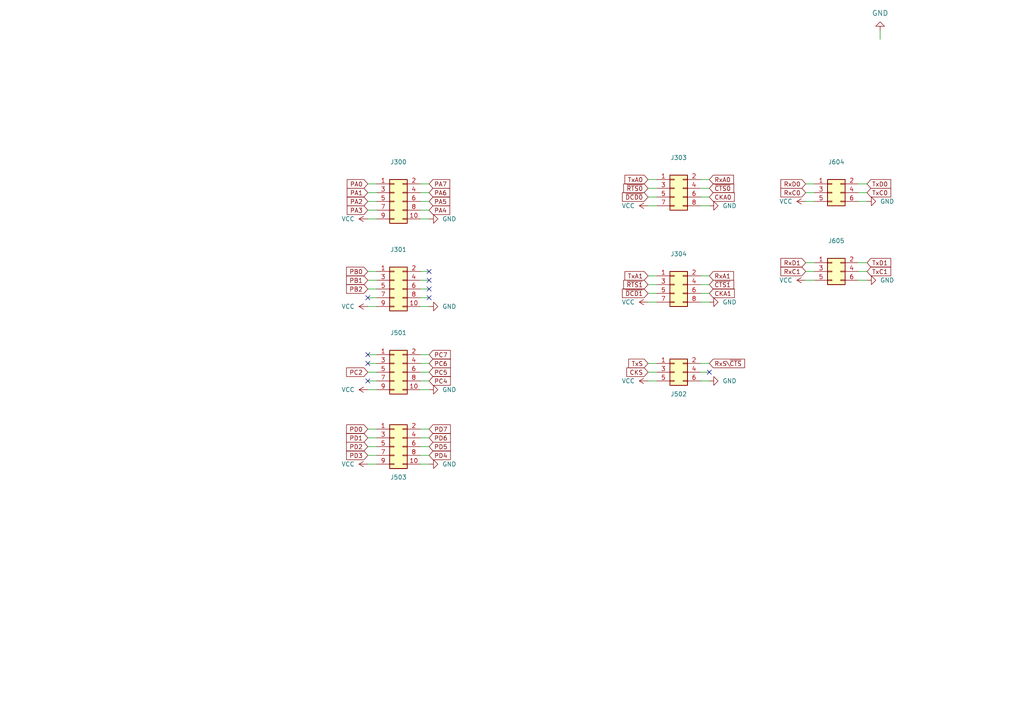
<source format=kicad_sch>
(kicad_sch (version 20211123) (generator eeschema)
  (paper "A4")
  (title_block (title "JupiterAceZ180") (date "2019-09-14") (rev "Alpha") (company "Ontobus") (comment 1 "John Bradley") (comment 2 "https://creativecommons.org/licenses/by-nc-sa/4.0/") (comment 3 "Attribution-NonCommercial-ShareAlike 4.0 International License.") (comment 4 "This work is licensed under a Creative Commons "))
  (lib_symbols
    (symbol "Connector_Generic:Conn_02x03_Odd_Even" (pin_names (offset 1.016) hide)
      (property "Reference" "J" (at 1.27 5.08 0))
      (property "Value" "Conn_02x03_Odd_Even" (at 1.27 -5.08 0))
      (symbol "Conn_02x03_Odd_Even_1_1"
        (rectangle (start -1.27 -2.413) (end 0 -2.667) (stroke (width 0.1524)))
        (rectangle (start -1.27 0.127) (end 0 -0.127) (stroke (width 0.1524)))
        (rectangle (start -1.27 2.667) (end 0 2.413) (stroke (width 0.1524)))
        (rectangle (start -1.27 3.81) (end 3.81 -3.81) (stroke (width 0.254)) (fill (type background)))
        (rectangle (start 3.81 -2.413) (end 2.54 -2.667) (stroke (width 0.1524)))
        (rectangle (start 3.81 0.127) (end 2.54 -0.127) (stroke (width 0.1524)))
        (rectangle (start 3.81 2.667) (end 2.54 2.413) (stroke (width 0.1524)))
        (pin passive line (at -5.08 2.54 0) (length 3.81) (name "Pin_1") (number "1"))
        (pin passive line (at 7.62 2.54 180) (length 3.81) (name "Pin_2") (number "2"))
        (pin passive line (at -5.08 0 0) (length 3.81) (name "Pin_3") (number "3"))
        (pin passive line (at 7.62 0 180) (length 3.81) (name "Pin_4") (number "4"))
        (pin passive line (at -5.08 -2.54 0) (length 3.81) (name "Pin_5") (number "5"))
        (pin passive line (at 7.62 -2.54 180) (length 3.81) (name "Pin_6") (number "6"))
      )
    )
    (symbol "Connector_Generic:Conn_02x04_Odd_Even" (pin_names (offset 1.016) hide)
      (property "Reference" "J" (at 1.27 5.08 0))
      (property "Value" "Conn_02x04_Odd_Even" (at 1.27 -7.62 0))
      (symbol "Conn_02x04_Odd_Even_1_1"
        (rectangle (start -1.27 -4.953) (end 0 -5.207) (stroke (width 0.1524)))
        (rectangle (start -1.27 -2.413) (end 0 -2.667) (stroke (width 0.1524)))
        (rectangle (start -1.27 0.127) (end 0 -0.127) (stroke (width 0.1524)))
        (rectangle (start -1.27 2.667) (end 0 2.413) (stroke (width 0.1524)))
        (rectangle (start -1.27 3.81) (end 3.81 -6.35) (stroke (width 0.254)) (fill (type background)))
        (rectangle (start 3.81 -4.953) (end 2.54 -5.207) (stroke (width 0.1524)))
        (rectangle (start 3.81 -2.413) (end 2.54 -2.667) (stroke (width 0.1524)))
        (rectangle (start 3.81 0.127) (end 2.54 -0.127) (stroke (width 0.1524)))
        (rectangle (start 3.81 2.667) (end 2.54 2.413) (stroke (width 0.1524)))
        (pin passive line (at -5.08 2.54 0) (length 3.81) (name "Pin_1") (number "1"))
        (pin passive line (at 7.62 2.54 180) (length 3.81) (name "Pin_2") (number "2"))
        (pin passive line (at -5.08 0 0) (length 3.81) (name "Pin_3") (number "3"))
        (pin passive line (at 7.62 0 180) (length 3.81) (name "Pin_4") (number "4"))
        (pin passive line (at -5.08 -2.54 0) (length 3.81) (name "Pin_5") (number "5"))
        (pin passive line (at 7.62 -2.54 180) (length 3.81) (name "Pin_6") (number "6"))
        (pin passive line (at -5.08 -5.08 0) (length 3.81) (name "Pin_7") (number "7"))
        (pin passive line (at 7.62 -5.08 180) (length 3.81) (name "Pin_8") (number "8"))
      )
    )
    (symbol "Connector_Generic:Conn_02x05_Odd_Even" (pin_names (offset 1.016) hide)
      (property "Reference" "J" (at 1.27 7.62 0))
      (property "Value" "Conn_02x05_Odd_Even" (at 1.27 -7.62 0))
      (symbol "Conn_02x05_Odd_Even_1_1"
        (rectangle (start -1.27 -4.953) (end 0 -5.207) (stroke (width 0.1524)))
        (rectangle (start -1.27 -2.413) (end 0 -2.667) (stroke (width 0.1524)))
        (rectangle (start -1.27 0.127) (end 0 -0.127) (stroke (width 0.1524)))
        (rectangle (start -1.27 2.667) (end 0 2.413) (stroke (width 0.1524)))
        (rectangle (start -1.27 5.207) (end 0 4.953) (stroke (width 0.1524)))
        (rectangle (start -1.27 6.35) (end 3.81 -6.35) (stroke (width 0.254)) (fill (type background)))
        (rectangle (start 3.81 -4.953) (end 2.54 -5.207) (stroke (width 0.1524)))
        (rectangle (start 3.81 -2.413) (end 2.54 -2.667) (stroke (width 0.1524)))
        (rectangle (start 3.81 0.127) (end 2.54 -0.127) (stroke (width 0.1524)))
        (rectangle (start 3.81 2.667) (end 2.54 2.413) (stroke (width 0.1524)))
        (rectangle (start 3.81 5.207) (end 2.54 4.953) (stroke (width 0.1524)))
        (pin passive line (at -5.08 5.08 0) (length 3.81) (name "Pin_1") (number "1"))
        (pin passive line (at 7.62 -5.08 180) (length 3.81) (name "Pin_10") (number "10"))
        (pin passive line (at 7.62 5.08 180) (length 3.81) (name "Pin_2") (number "2"))
        (pin passive line (at -5.08 2.54 0) (length 3.81) (name "Pin_3") (number "3"))
        (pin passive line (at 7.62 2.54 180) (length 3.81) (name "Pin_4") (number "4"))
        (pin passive line (at -5.08 0 0) (length 3.81) (name "Pin_5") (number "5"))
        (pin passive line (at 7.62 0 180) (length 3.81) (name "Pin_6") (number "6"))
        (pin passive line (at -5.08 -2.54 0) (length 3.81) (name "Pin_7") (number "7"))
        (pin passive line (at 7.62 -2.54 180) (length 3.81) (name "Pin_8") (number "8"))
        (pin passive line (at -5.08 -5.08 0) (length 3.81) (name "Pin_9") (number "9"))
      )
    )
    (symbol "power:GND" (power) (pin_names (offset 0))
      (property "Value" "GND" (at 0 -3.81 0))
      (symbol "GND_0_1"
        (polyline (pts (xy 0 0) (xy 0 -1.27) (xy 1.27 -1.27) (xy 0 -2.54) (xy -1.27 -1.27) (xy 0 -1.27)))
      )
      (symbol "GND_1_1"
        (pin power_in line (at 0 0 270) (length 0) hide (name "GND") (number "1"))
      )
    )
    (symbol "power:VCC" (power) (pin_names (offset 0))
      (property "Value" "VCC" (at 0 3.81 0))
      (symbol "VCC_0_1"
        (polyline (pts (xy -0.762 1.27) (xy 0 2.54)))
        (polyline (pts (xy 0 0) (xy 0 2.54)))
        (polyline (pts (xy 0 2.54) (xy 0.762 1.27)))
      )
      (symbol "VCC_1_1"
        (pin power_in line (at 0 0 90) (length 0) hide (name "VCC") (number "1"))
      )
    )
  )
  (no_connect (at 124.46 78.74))
  (no_connect (at 106.68 86.36))
  (no_connect (at 189.23 287.02))
  (no_connect (at 106.68 102.87))
  (no_connect (at 124.46 81.28))
  (no_connect (at 124.46 83.82))
  (no_connect (at 205.74 107.95))
  (no_connect (at 124.46 86.36))
  (no_connect (at 106.68 105.41))
  (no_connect (at 106.68 110.49))
  (wire (pts (xy 109.22 102.87) (xy 106.68 102.87)))
  (wire (pts (xy 109.22 88.9) (xy 106.68 88.9)))
  (wire (pts (xy 248.92 55.88) (xy 251.46 55.88)))
  (wire (pts (xy 190.5 110.49) (xy 187.96 110.49)))
  (wire (pts (xy 121.92 83.82) (xy 124.46 83.82)))
  (wire (pts (xy 121.92 86.36) (xy 124.46 86.36)))
  (wire (pts (xy 190.5 85.09) (xy 187.96 85.09)))
  (wire (pts (xy 203.2 82.55) (xy 205.74 82.55)))
  (wire (pts (xy 190.5 54.61) (xy 187.96 54.61)))
  (wire (pts (xy 121.92 102.87) (xy 124.46 102.87)))
  (wire (pts (xy 109.22 124.46) (xy 106.68 124.46)))
  (wire (pts (xy 121.92 60.96) (xy 124.46 60.96)))
  (wire (pts (xy 121.92 134.62) (xy 124.46 134.62)))
  (wire (pts (xy 121.92 113.03) (xy 124.46 113.03)))
  (wire (pts (xy 236.22 81.28) (xy 233.68 81.28)))
  (wire (pts (xy 109.22 53.34) (xy 106.68 53.34)))
  (wire (pts (xy 248.92 53.34) (xy 251.46 53.34)))
  (wire (pts (xy 203.2 85.09) (xy 205.74 85.09)))
  (wire (pts (xy 109.22 129.54) (xy 106.68 129.54)))
  (wire (pts (xy 248.92 76.2) (xy 251.46 76.2)))
  (wire (pts (xy 203.2 54.61) (xy 205.74 54.61)))
  (wire (pts (xy 121.92 129.54) (xy 124.46 129.54)))
  (wire (pts (xy 203.2 52.07) (xy 205.74 52.07)))
  (wire (pts (xy 109.22 107.95) (xy 106.68 107.95)))
  (wire (pts (xy 203.2 59.69) (xy 205.74 59.69)))
  (wire (pts (xy 236.22 76.2) (xy 233.68 76.2)))
  (wire (pts (xy 190.5 80.01) (xy 187.96 80.01)))
  (wire (pts (xy 236.22 53.34) (xy 233.68 53.34)))
  (wire (pts (xy 121.92 53.34) (xy 124.46 53.34)))
  (wire (pts (xy 203.2 57.15) (xy 205.74 57.15)))
  (wire (pts (xy 121.92 105.41) (xy 124.46 105.41)))
  (wire (pts (xy 121.92 63.5) (xy 124.46 63.5)))
  (wire (pts (xy 190.5 105.41) (xy 187.96 105.41)))
  (wire (pts (xy 121.92 78.74) (xy 124.46 78.74)))
  (wire (pts (xy 121.92 81.28) (xy 124.46 81.28)))
  (wire (pts (xy 109.22 127) (xy 106.68 127)))
  (wire (pts (xy 121.92 110.49) (xy 124.46 110.49)))
  (wire (pts (xy 190.5 107.95) (xy 187.96 107.95)))
  (wire (pts (xy 236.22 58.42) (xy 233.68 58.42)))
  (wire (pts (xy 203.2 107.95) (xy 205.74 107.95)))
  (wire (pts (xy 121.92 55.88) (xy 124.46 55.88)))
  (wire (pts (xy 248.92 78.74) (xy 251.46 78.74)))
  (wire (pts (xy 121.92 124.46) (xy 124.46 124.46)))
  (wire (pts (xy 121.92 132.08) (xy 124.46 132.08)))
  (wire (pts (xy 248.92 58.42) (xy 251.46 58.42)))
  (wire (pts (xy 109.22 132.08) (xy 106.68 132.08)))
  (wire (pts (xy 248.92 81.28) (xy 251.46 81.28)))
  (wire (pts (xy 236.22 55.88) (xy 233.68 55.88)))
  (wire (pts (xy 109.22 58.42) (xy 106.68 58.42)))
  (wire (pts (xy 109.22 86.36) (xy 106.68 86.36)))
  (wire (pts (xy 203.2 87.63) (xy 205.74 87.63)))
  (wire (pts (xy 236.22 78.74) (xy 233.68 78.74)))
  (wire (pts (xy 109.22 105.41) (xy 106.68 105.41)))
  (wire (pts (xy 109.22 78.74) (xy 106.68 78.74)))
  (wire (pts (xy 190.5 82.55) (xy 187.96 82.55)))
  (wire (pts (xy 109.22 134.62) (xy 106.68 134.62)))
  (wire (pts (xy 121.92 127) (xy 124.46 127)))
  (wire (pts (xy 203.2 80.01) (xy 205.74 80.01)))
  (wire (pts (xy 109.22 63.5) (xy 106.68 63.5)))
  (wire (pts (xy 190.5 57.15) (xy 187.96 57.15)))
  (wire (pts (xy 109.22 60.96) (xy 106.68 60.96)))
  (wire (pts (xy 190.5 59.69) (xy 187.96 59.69)))
  (wire (pts (xy 203.2 105.41) (xy 205.74 105.41)))
  (wire (pts (xy 255.27 11.43) (xy 255.27 8.89)))
  (wire (pts (xy 190.5 52.07) (xy 187.96 52.07)))
  (wire (pts (xy 121.92 107.95) (xy 124.46 107.95)))
  (wire (pts (xy 203.2 110.49) (xy 205.74 110.49)))
  (wire (pts (xy 109.22 81.28) (xy 106.68 81.28)))
  (wire (pts (xy 190.5 87.63) (xy 187.96 87.63)))
  (wire (pts (xy 109.22 110.49) (xy 106.68 110.49)))
  (wire (pts (xy 121.92 58.42) (xy 124.46 58.42)))
  (wire (pts (xy 109.22 55.88) (xy 106.68 55.88)))
  (wire (pts (xy 109.22 113.03) (xy 106.68 113.03)))
  (wire (pts (xy 109.22 83.82) (xy 106.68 83.82)))
  (wire (pts (xy 121.92 88.9) (xy 124.46 88.9)))
  (global_label "TxA0" (shape input) (at 187.96 52.07 180) (property "Intersheet References" "${INTERSHEET_REFS}" (at 181.342 51.9906 0) (effects (justify right))))
  (global_label "~{RTS1}" (shape input) (at 187.96 82.55 180) (property "Intersheet References" "${INTERSHEET_REFS}" (at 180.9791 82.4706 0) (effects (justify right))))
  (global_label "PC5" (shape input) (at 124.46 107.95 0) (property "Intersheet References" "${INTERSHEET_REFS}" (at 130.5337 107.8706 0) (effects (justify left))))
  (global_label "TxS" (shape input) (at 187.96 105.41 180) (property "Intersheet References" "${INTERSHEET_REFS}" (at 182.4306 105.3306 0) (effects (justify right))))
  (global_label "RxA0" (shape input) (at 205.74 52.07 0) (property "Intersheet References" "${INTERSHEET_REFS}" (at 212.6604 51.9906 0) (effects (justify left))))
  (global_label "PA2" (shape input) (at 106.68 58.42 180) (property "Intersheet References" "${INTERSHEET_REFS}" (at 100.7877 58.3406 0) (effects (justify right))))
  (global_label "PD4" (shape input) (at 124.46 132.08 0) (property "Intersheet References" "${INTERSHEET_REFS}" (at 130.5337 132.0006 0) (effects (justify left))))
  (global_label "RxC0" (shape input) (at 233.68 55.88 180) (property "Intersheet References" "${INTERSHEET_REFS}" (at 226.5782 55.8006 0) (effects (justify right))))
  (global_label "~{DCD1}" (shape input) (at 187.96 85.09 180) (property "Intersheet References" "${INTERSHEET_REFS}" (at 180.6163 85.0106 0) (effects (justify right))))
  (global_label "PA0" (shape input) (at 106.68 53.34 180) (property "Intersheet References" "${INTERSHEET_REFS}" (at 100.7877 53.2606 0) (effects (justify right))))
  (global_label "PD1" (shape input) (at 106.68 127 180) (property "Intersheet References" "${INTERSHEET_REFS}" (at 100.6063 126.9206 0) (effects (justify right))))
  (global_label "RxD1" (shape input) (at 233.68 76.2 180) (property "Intersheet References" "${INTERSHEET_REFS}" (at 226.5782 76.1206 0) (effects (justify right))))
  (global_label "~{CTS0}" (shape input) (at 205.74 54.61 0) (property "Intersheet References" "${INTERSHEET_REFS}" (at 212.7209 54.5306 0) (effects (justify left))))
  (global_label "TxD0" (shape input) (at 251.46 53.34 0) (property "Intersheet References" "${INTERSHEET_REFS}" (at 258.2594 53.2606 0) (effects (justify left))))
  (global_label "~{CTS1}" (shape input) (at 205.74 82.55 0) (property "Intersheet References" "${INTERSHEET_REFS}" (at 212.7209 82.4706 0) (effects (justify left))))
  (global_label "CKA1" (shape input) (at 205.74 85.09 0) (property "Intersheet References" "${INTERSHEET_REFS}" (at 212.9023 85.0106 0) (effects (justify left))))
  (global_label "PD2" (shape input) (at 106.68 129.54 180) (property "Intersheet References" "${INTERSHEET_REFS}" (at 100.6063 129.4606 0) (effects (justify right))))
  (global_label "TxC1" (shape input) (at 251.46 78.74 0) (property "Intersheet References" "${INTERSHEET_REFS}" (at 258.2594 78.6606 0) (effects (justify left))))
  (global_label "TxC0" (shape input) (at 251.46 55.88 0) (property "Intersheet References" "${INTERSHEET_REFS}" (at 258.2594 55.8006 0) (effects (justify left))))
  (global_label "PD3" (shape input) (at 106.68 132.08 180) (property "Intersheet References" "${INTERSHEET_REFS}" (at 100.6063 132.0006 0) (effects (justify right))))
  (global_label "PB1" (shape input) (at 106.68 81.28 180) (property "Intersheet References" "${INTERSHEET_REFS}" (at 100.6063 81.2006 0) (effects (justify right))))
  (global_label "PC6" (shape input) (at 124.46 105.41 0) (property "Intersheet References" "${INTERSHEET_REFS}" (at 130.5337 105.3306 0) (effects (justify left))))
  (global_label "~{DCD0}" (shape input) (at 187.96 57.15 180) (property "Intersheet References" "${INTERSHEET_REFS}" (at 180.6163 57.0706 0) (effects (justify right))))
  (global_label "TxA1" (shape input) (at 187.96 80.01 180) (property "Intersheet References" "${INTERSHEET_REFS}" (at 181.342 79.9306 0) (effects (justify right))))
  (global_label "PA5" (shape input) (at 124.46 58.42 0) (property "Intersheet References" "${INTERSHEET_REFS}" (at 130.3523 58.3406 0) (effects (justify left))))
  (global_label "PC4" (shape input) (at 124.46 110.49 0) (property "Intersheet References" "${INTERSHEET_REFS}" (at 130.5337 110.4106 0) (effects (justify left))))
  (global_label "PD5" (shape input) (at 124.46 129.54 0) (property "Intersheet References" "${INTERSHEET_REFS}" (at 130.5337 129.4606 0) (effects (justify left))))
  (global_label "PC2" (shape input) (at 106.68 107.95 180) (property "Intersheet References" "${INTERSHEET_REFS}" (at 100.6063 107.8706 0) (effects (justify right))))
  (global_label "RxD0" (shape input) (at 233.68 53.34 180) (property "Intersheet References" "${INTERSHEET_REFS}" (at 226.5782 53.2606 0) (effects (justify right))))
  (global_label "PA6" (shape input) (at 124.46 55.88 0) (property "Intersheet References" "${INTERSHEET_REFS}" (at 130.3523 55.8006 0) (effects (justify left))))
  (global_label "PC7" (shape input) (at 124.46 102.87 0) (property "Intersheet References" "${INTERSHEET_REFS}" (at 130.5337 102.7906 0) (effects (justify left))))
  (global_label "RxA1" (shape input) (at 205.74 80.01 0) (property "Intersheet References" "${INTERSHEET_REFS}" (at 212.6604 79.9306 0) (effects (justify left))))
  (global_label "PA7" (shape input) (at 124.46 53.34 0) (property "Intersheet References" "${INTERSHEET_REFS}" (at 130.3523 53.2606 0) (effects (justify left))))
  (global_label "PD7" (shape input) (at 124.46 124.46 0) (property "Intersheet References" "${INTERSHEET_REFS}" (at 130.5337 124.3806 0) (effects (justify left))))
  (global_label "CKA0" (shape input) (at 205.74 57.15 0) (property "Intersheet References" "${INTERSHEET_REFS}" (at 212.9023 57.0706 0) (effects (justify left))))
  (global_label "~{RTS0}" (shape input) (at 187.96 54.61 180) (property "Intersheet References" "${INTERSHEET_REFS}" (at 180.9791 54.5306 0) (effects (justify right))))
  (global_label "PA1" (shape input) (at 106.68 55.88 180) (property "Intersheet References" "${INTERSHEET_REFS}" (at 100.7877 55.8006 0) (effects (justify right))))
  (global_label "TxD1" (shape input) (at 251.46 76.2 0) (property "Intersheet References" "${INTERSHEET_REFS}" (at 258.2594 76.1206 0) (effects (justify left))))
  (global_label "PA4" (shape input) (at 124.46 60.96 0) (property "Intersheet References" "${INTERSHEET_REFS}" (at 130.3523 60.8806 0) (effects (justify left))))
  (global_label "CKS" (shape input) (at 187.96 107.95 180) (property "Intersheet References" "${INTERSHEET_REFS}" (at 181.8863 107.8706 0) (effects (justify right))))
  (global_label "PB2" (shape input) (at 106.68 83.82 180) (property "Intersheet References" "${INTERSHEET_REFS}" (at 100.6063 83.7406 0) (effects (justify right))))
  (global_label "PD6" (shape input) (at 124.46 127 0) (property "Intersheet References" "${INTERSHEET_REFS}" (at 130.5337 126.9206 0) (effects (justify left))))
  (global_label "RxC1" (shape input) (at 233.68 78.74 180) (property "Intersheet References" "${INTERSHEET_REFS}" (at 226.5782 78.6606 0) (effects (justify right))))
  (global_label "RxS\\~{CTS}" (shape input) (at 205.74 105.41 0) (property "Intersheet References" "${INTERSHEET_REFS}" (at 215.8656 105.3306 0) (effects (justify left))))
  (global_label "PD0" (shape input) (at 106.68 124.46 180) (property "Intersheet References" "${INTERSHEET_REFS}" (at 100.6063 124.3806 0) (effects (justify right))))
  (global_label "PA3" (shape input) (at 106.68 60.96 180) (property "Intersheet References" "${INTERSHEET_REFS}" (at 100.7877 60.8806 0) (effects (justify right))))
  (global_label "PB0" (shape input) (at 106.68 78.74 180) (property "Intersheet References" "${INTERSHEET_REFS}" (at 100.6063 78.6606 0) (effects (justify right))))
  (symbol (lib_id "Connector_Generic:Conn_02x05_Odd_Even") (at 114.3 58.42 0) (unit 1)
    (property "Reference" "J300" (at 115.57 46.99 0))
  )
  (symbol (lib_id "Connector_Generic:Conn_02x05_Odd_Even") (at 114.3 83.82 0) (unit 1)
    (property "Reference" "J301" (at 115.57 72.39 0))
  )
  (symbol (lib_id "power:VCC") (at 106.68 63.5 90) (unit 1)
    (property "Reference" "#PWR0103" (effects hide))
  )
  (symbol (lib_id "power:GND") (at 124.46 63.5 90) (unit 1)
    (property "Reference" "#PWR0104" (effects hide))
  )
  (symbol (lib_id "power:VCC") (at 106.68 88.9 90) (unit 1)
    (property "Reference" "#PWR0105" (effects hide))
  )
  (symbol (lib_id "power:GND") (at 124.46 88.9 90) (unit 1)
    (property "Reference" "#PWR0106" (effects hide))
  )
  (symbol (lib_id "power:VCC") (at 187.96 59.69 90) (unit 1)
    (property "Reference" "#PWR0107" (effects hide))
  )
  (symbol (lib_id "power:GND") (at 205.74 59.69 90) (unit 1)
    (property "Reference" "#PWR0108" (effects hide))
  )
  (symbol (lib_id "power:VCC") (at 187.96 87.63 90) (unit 1)
    (property "Reference" "#PWR0109" (effects hide))
  )
  (symbol (lib_id "power:GND") (at 205.74 87.63 90) (unit 1)
    (property "Reference" "#PWR0110" (effects hide))
  )
  (symbol (lib_id "Connector_Generic:Conn_02x05_Odd_Even") (at 114.3 129.54 0) (unit 1)
    (property "Reference" "J503" (at 115.57 138.43 0))
  )
  (symbol (lib_id "power:VCC") (at 106.68 134.62 90) (unit 1)
    (property "Reference" "#PWR0113" (effects hide))
  )
  (symbol (lib_id "power:GND") (at 124.46 134.62 90) (unit 1)
    (property "Reference" "#PWR0114" (effects hide))
  )
  (symbol (lib_id "power:VCC") (at 233.68 58.42 90) (unit 1)
    (property "Reference" "#PWR0117" (effects hide))
  )
  (symbol (lib_id "power:GND") (at 251.46 58.42 90) (unit 1)
    (property "Reference" "#PWR0118" (effects hide))
  )
  (symbol (lib_id "Connector_Generic:Conn_02x03_Odd_Even") (at 241.3 55.88 0) (unit 1)
    (property "Reference" "J604" (at 242.57 46.99 0))
  )
  (symbol (lib_id "Connector_Generic:Conn_02x03_Odd_Even") (at 195.58 107.95 0) (unit 1)
    (property "Reference" "J502" (at 196.85 114.3 0))
  )
  (symbol (lib_id "power:VCC") (at 187.96 110.49 90) (unit 1)
    (property "Reference" "#PWR0101" (effects hide))
  )
  (symbol (lib_id "power:GND") (at 205.74 110.49 90) (unit 1)
    (property "Reference" "#PWR0102" (effects hide))
  )
  (symbol (lib_id "Connector_Generic:Conn_02x05_Odd_Even") (at 114.3 107.95 0) (unit 1)
    (property "Reference" "J501" (at 115.57 96.52 0))
  )
  (symbol (lib_id "power:VCC") (at 106.68 113.03 90) (unit 1)
    (property "Reference" "#PWR0111" (effects hide))
  )
  (symbol (lib_id "power:GND") (at 124.46 113.03 90) (unit 1)
    (property "Reference" "#PWR0112" (effects hide))
  )
  (symbol (lib_id "power:GND") (at 255.27 8.89 180) (unit 1)
    (property "Reference" "#~~~SUPPLY0113" (effects hide))
  )
  (symbol (lib_id "power:VCC") (at 233.68 81.28 90) (unit 1)
    (property "Reference" "#PWR0115" (effects hide))
  )
  (symbol (lib_id "power:GND") (at 251.46 81.28 90) (unit 1)
    (property "Reference" "#PWR0116" (effects hide))
  )
  (symbol (lib_id "Connector_Generic:Conn_02x03_Odd_Even") (at 241.3 78.74 0) (unit 1)
    (property "Reference" "J605" (at 242.57 69.85 0))
  )
  (symbol (lib_id "Connector_Generic:Conn_02x04_Odd_Even") (at 195.58 54.61 0) (unit 1)
    (property "Reference" "J303" (at 196.85 45.72 0))
  )
  (symbol (lib_id "Connector_Generic:Conn_02x04_Odd_Even") (at 195.58 82.55 0) (unit 1)
    (property "Reference" "J304" (at 196.85 73.66 0))
  )
)
</source>
